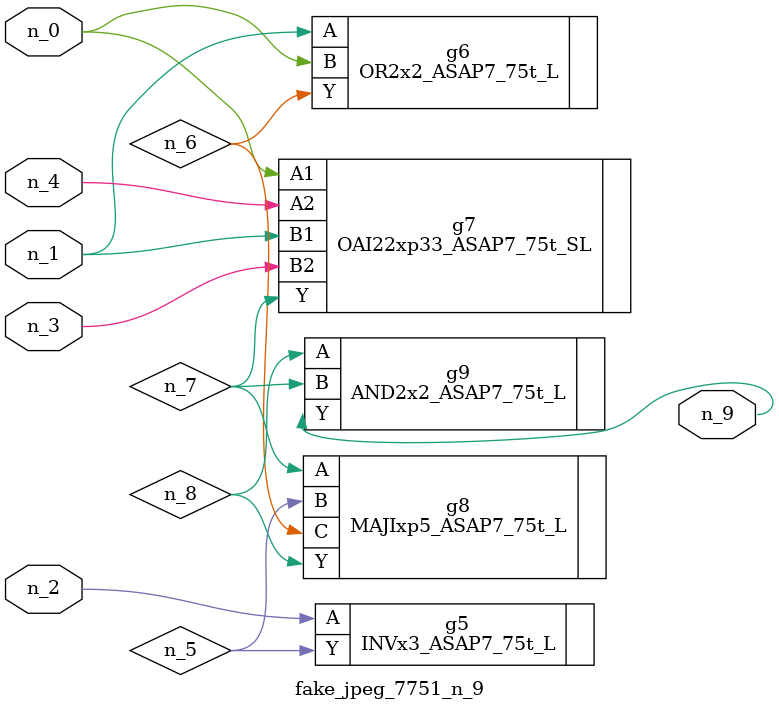
<source format=v>
module fake_jpeg_7751_n_9 (n_3, n_2, n_1, n_0, n_4, n_9);

input n_3;
input n_2;
input n_1;
input n_0;
input n_4;

output n_9;

wire n_8;
wire n_6;
wire n_5;
wire n_7;

INVx3_ASAP7_75t_L g5 ( 
.A(n_2),
.Y(n_5)
);

OR2x2_ASAP7_75t_L g6 ( 
.A(n_1),
.B(n_0),
.Y(n_6)
);

OAI22xp33_ASAP7_75t_SL g7 ( 
.A1(n_0),
.A2(n_4),
.B1(n_1),
.B2(n_3),
.Y(n_7)
);

MAJIxp5_ASAP7_75t_L g8 ( 
.A(n_7),
.B(n_5),
.C(n_6),
.Y(n_8)
);

AND2x2_ASAP7_75t_L g9 ( 
.A(n_8),
.B(n_7),
.Y(n_9)
);


endmodule
</source>
